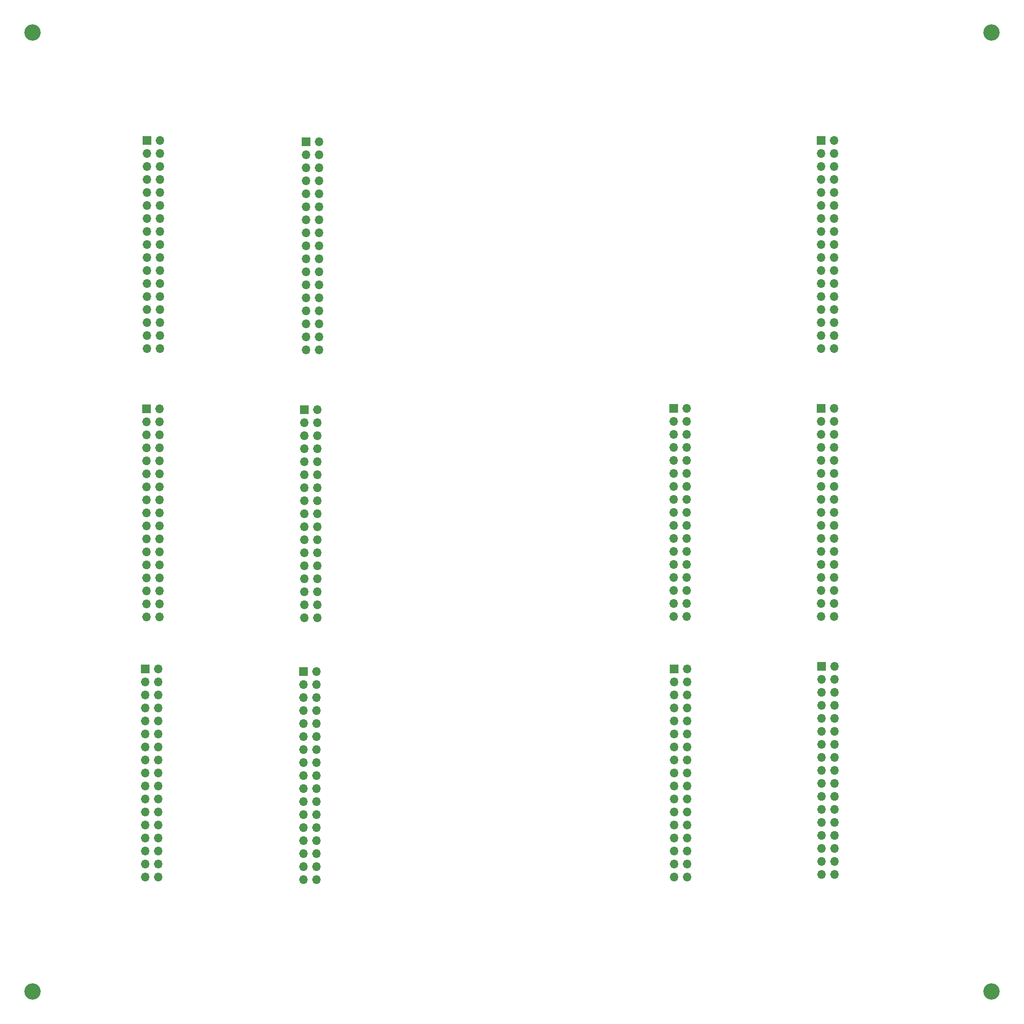
<source format=gbr>
%TF.GenerationSoftware,KiCad,Pcbnew,7.0.7*%
%TF.CreationDate,2023-10-25T17:18:37+09:00*%
%TF.ProjectId,changer,6368616e-6765-4722-9e6b-696361645f70,rev?*%
%TF.SameCoordinates,Original*%
%TF.FileFunction,Soldermask,Top*%
%TF.FilePolarity,Negative*%
%FSLAX46Y46*%
G04 Gerber Fmt 4.6, Leading zero omitted, Abs format (unit mm)*
G04 Created by KiCad (PCBNEW 7.0.7) date 2023-10-25 17:18:37*
%MOMM*%
%LPD*%
G01*
G04 APERTURE LIST*
%ADD10C,3.200000*%
%ADD11R,1.700000X1.700000*%
%ADD12O,1.700000X1.700000*%
G04 APERTURE END LIST*
D10*
%TO.C,H4*%
X293649400Y-293624000D03*
%TD*%
D11*
%TO.C,J1*%
X128701800Y-127406400D03*
D12*
X131241800Y-127406400D03*
X128701800Y-129946400D03*
X131241800Y-129946400D03*
X128701800Y-132486400D03*
X131241800Y-132486400D03*
X128701800Y-135026400D03*
X131241800Y-135026400D03*
X128701800Y-137566400D03*
X131241800Y-137566400D03*
X128701800Y-140106400D03*
X131241800Y-140106400D03*
X128701800Y-142646400D03*
X131241800Y-142646400D03*
X128701800Y-145186400D03*
X131241800Y-145186400D03*
X128701800Y-147726400D03*
X131241800Y-147726400D03*
X128701800Y-150266400D03*
X131241800Y-150266400D03*
X128701800Y-152806400D03*
X131241800Y-152806400D03*
X128701800Y-155346400D03*
X131241800Y-155346400D03*
X128701800Y-157886400D03*
X131241800Y-157886400D03*
X128701800Y-160426400D03*
X131241800Y-160426400D03*
X128701800Y-162966400D03*
X131241800Y-162966400D03*
X128701800Y-165506400D03*
X131241800Y-165506400D03*
X128701800Y-168046400D03*
X131241800Y-168046400D03*
%TD*%
D11*
%TO.C,J11*%
X260328200Y-127431800D03*
D12*
X262868200Y-127431800D03*
X260328200Y-129971800D03*
X262868200Y-129971800D03*
X260328200Y-132511800D03*
X262868200Y-132511800D03*
X260328200Y-135051800D03*
X262868200Y-135051800D03*
X260328200Y-137591800D03*
X262868200Y-137591800D03*
X260328200Y-140131800D03*
X262868200Y-140131800D03*
X260328200Y-142671800D03*
X262868200Y-142671800D03*
X260328200Y-145211800D03*
X262868200Y-145211800D03*
X260328200Y-147751800D03*
X262868200Y-147751800D03*
X260328200Y-150291800D03*
X262868200Y-150291800D03*
X260328200Y-152831800D03*
X262868200Y-152831800D03*
X260328200Y-155371800D03*
X262868200Y-155371800D03*
X260328200Y-157911800D03*
X262868200Y-157911800D03*
X260328200Y-160451800D03*
X262868200Y-160451800D03*
X260328200Y-162991800D03*
X262868200Y-162991800D03*
X260328200Y-165531800D03*
X262868200Y-165531800D03*
X260328200Y-168071800D03*
X262868200Y-168071800D03*
%TD*%
D11*
%TO.C,J3*%
X128574800Y-179832000D03*
D12*
X131114800Y-179832000D03*
X128574800Y-182372000D03*
X131114800Y-182372000D03*
X128574800Y-184912000D03*
X131114800Y-184912000D03*
X128574800Y-187452000D03*
X131114800Y-187452000D03*
X128574800Y-189992000D03*
X131114800Y-189992000D03*
X128574800Y-192532000D03*
X131114800Y-192532000D03*
X128574800Y-195072000D03*
X131114800Y-195072000D03*
X128574800Y-197612000D03*
X131114800Y-197612000D03*
X128574800Y-200152000D03*
X131114800Y-200152000D03*
X128574800Y-202692000D03*
X131114800Y-202692000D03*
X128574800Y-205232000D03*
X131114800Y-205232000D03*
X128574800Y-207772000D03*
X131114800Y-207772000D03*
X128574800Y-210312000D03*
X131114800Y-210312000D03*
X128574800Y-212852000D03*
X131114800Y-212852000D03*
X128574800Y-215392000D03*
X131114800Y-215392000D03*
X128574800Y-217932000D03*
X131114800Y-217932000D03*
X128574800Y-220472000D03*
X131114800Y-220472000D03*
%TD*%
D11*
%TO.C,J7*%
X159385000Y-179984400D03*
D12*
X161925000Y-179984400D03*
X159385000Y-182524400D03*
X161925000Y-182524400D03*
X159385000Y-185064400D03*
X161925000Y-185064400D03*
X159385000Y-187604400D03*
X161925000Y-187604400D03*
X159385000Y-190144400D03*
X161925000Y-190144400D03*
X159385000Y-192684400D03*
X161925000Y-192684400D03*
X159385000Y-195224400D03*
X161925000Y-195224400D03*
X159385000Y-197764400D03*
X161925000Y-197764400D03*
X159385000Y-200304400D03*
X161925000Y-200304400D03*
X159385000Y-202844400D03*
X161925000Y-202844400D03*
X159385000Y-205384400D03*
X161925000Y-205384400D03*
X159385000Y-207924400D03*
X161925000Y-207924400D03*
X159385000Y-210464400D03*
X161925000Y-210464400D03*
X159385000Y-213004400D03*
X161925000Y-213004400D03*
X159385000Y-215544400D03*
X161925000Y-215544400D03*
X159385000Y-218084400D03*
X161925000Y-218084400D03*
X159385000Y-220624400D03*
X161925000Y-220624400D03*
%TD*%
D11*
%TO.C,J8*%
X159283400Y-231190800D03*
D12*
X161823400Y-231190800D03*
X159283400Y-233730800D03*
X161823400Y-233730800D03*
X159283400Y-236270800D03*
X161823400Y-236270800D03*
X159283400Y-238810800D03*
X161823400Y-238810800D03*
X159283400Y-241350800D03*
X161823400Y-241350800D03*
X159283400Y-243890800D03*
X161823400Y-243890800D03*
X159283400Y-246430800D03*
X161823400Y-246430800D03*
X159283400Y-248970800D03*
X161823400Y-248970800D03*
X159283400Y-251510800D03*
X161823400Y-251510800D03*
X159283400Y-254050800D03*
X161823400Y-254050800D03*
X159283400Y-256590800D03*
X161823400Y-256590800D03*
X159283400Y-259130800D03*
X161823400Y-259130800D03*
X159283400Y-261670800D03*
X161823400Y-261670800D03*
X159283400Y-264210800D03*
X161823400Y-264210800D03*
X159283400Y-266750800D03*
X161823400Y-266750800D03*
X159283400Y-269290800D03*
X161823400Y-269290800D03*
X159283400Y-271830800D03*
X161823400Y-271830800D03*
%TD*%
D11*
%TO.C,J2*%
X231524600Y-179781200D03*
D12*
X234064600Y-179781200D03*
X231524600Y-182321200D03*
X234064600Y-182321200D03*
X231524600Y-184861200D03*
X234064600Y-184861200D03*
X231524600Y-187401200D03*
X234064600Y-187401200D03*
X231524600Y-189941200D03*
X234064600Y-189941200D03*
X231524600Y-192481200D03*
X234064600Y-192481200D03*
X231524600Y-195021200D03*
X234064600Y-195021200D03*
X231524600Y-197561200D03*
X234064600Y-197561200D03*
X231524600Y-200101200D03*
X234064600Y-200101200D03*
X231524600Y-202641200D03*
X234064600Y-202641200D03*
X231524600Y-205181200D03*
X234064600Y-205181200D03*
X231524600Y-207721200D03*
X234064600Y-207721200D03*
X231524600Y-210261200D03*
X234064600Y-210261200D03*
X231524600Y-212801200D03*
X234064600Y-212801200D03*
X231524600Y-215341200D03*
X234064600Y-215341200D03*
X231524600Y-217881200D03*
X234064600Y-217881200D03*
X231524600Y-220421200D03*
X234064600Y-220421200D03*
%TD*%
D11*
%TO.C,J6*%
X260324600Y-179781200D03*
D12*
X262864600Y-179781200D03*
X260324600Y-182321200D03*
X262864600Y-182321200D03*
X260324600Y-184861200D03*
X262864600Y-184861200D03*
X260324600Y-187401200D03*
X262864600Y-187401200D03*
X260324600Y-189941200D03*
X262864600Y-189941200D03*
X260324600Y-192481200D03*
X262864600Y-192481200D03*
X260324600Y-195021200D03*
X262864600Y-195021200D03*
X260324600Y-197561200D03*
X262864600Y-197561200D03*
X260324600Y-200101200D03*
X262864600Y-200101200D03*
X260324600Y-202641200D03*
X262864600Y-202641200D03*
X260324600Y-205181200D03*
X262864600Y-205181200D03*
X260324600Y-207721200D03*
X262864600Y-207721200D03*
X260324600Y-210261200D03*
X262864600Y-210261200D03*
X260324600Y-212801200D03*
X262864600Y-212801200D03*
X260324600Y-215341200D03*
X262864600Y-215341200D03*
X260324600Y-217881200D03*
X262864600Y-217881200D03*
X260324600Y-220421200D03*
X262864600Y-220421200D03*
%TD*%
D10*
%TO.C,H3*%
X106349800Y-293624000D03*
%TD*%
D11*
%TO.C,J5*%
X231626200Y-230682800D03*
D12*
X234166200Y-230682800D03*
X231626200Y-233222800D03*
X234166200Y-233222800D03*
X231626200Y-235762800D03*
X234166200Y-235762800D03*
X231626200Y-238302800D03*
X234166200Y-238302800D03*
X231626200Y-240842800D03*
X234166200Y-240842800D03*
X231626200Y-243382800D03*
X234166200Y-243382800D03*
X231626200Y-245922800D03*
X234166200Y-245922800D03*
X231626200Y-248462800D03*
X234166200Y-248462800D03*
X231626200Y-251002800D03*
X234166200Y-251002800D03*
X231626200Y-253542800D03*
X234166200Y-253542800D03*
X231626200Y-256082800D03*
X234166200Y-256082800D03*
X231626200Y-258622800D03*
X234166200Y-258622800D03*
X231626200Y-261162800D03*
X234166200Y-261162800D03*
X231626200Y-263702800D03*
X234166200Y-263702800D03*
X231626200Y-266242800D03*
X234166200Y-266242800D03*
X231626200Y-268782800D03*
X234166200Y-268782800D03*
X231626200Y-271322800D03*
X234166200Y-271322800D03*
%TD*%
D10*
%TO.C,H2*%
X293649400Y-106349800D03*
%TD*%
D11*
%TO.C,J9*%
X260429800Y-230149400D03*
D12*
X262969800Y-230149400D03*
X260429800Y-232689400D03*
X262969800Y-232689400D03*
X260429800Y-235229400D03*
X262969800Y-235229400D03*
X260429800Y-237769400D03*
X262969800Y-237769400D03*
X260429800Y-240309400D03*
X262969800Y-240309400D03*
X260429800Y-242849400D03*
X262969800Y-242849400D03*
X260429800Y-245389400D03*
X262969800Y-245389400D03*
X260429800Y-247929400D03*
X262969800Y-247929400D03*
X260429800Y-250469400D03*
X262969800Y-250469400D03*
X260429800Y-253009400D03*
X262969800Y-253009400D03*
X260429800Y-255549400D03*
X262969800Y-255549400D03*
X260429800Y-258089400D03*
X262969800Y-258089400D03*
X260429800Y-260629400D03*
X262969800Y-260629400D03*
X260429800Y-263169400D03*
X262969800Y-263169400D03*
X260429800Y-265709400D03*
X262969800Y-265709400D03*
X260429800Y-268249400D03*
X262969800Y-268249400D03*
X260429800Y-270789400D03*
X262969800Y-270789400D03*
%TD*%
D11*
%TO.C,J4*%
X128371600Y-230606600D03*
D12*
X130911600Y-230606600D03*
X128371600Y-233146600D03*
X130911600Y-233146600D03*
X128371600Y-235686600D03*
X130911600Y-235686600D03*
X128371600Y-238226600D03*
X130911600Y-238226600D03*
X128371600Y-240766600D03*
X130911600Y-240766600D03*
X128371600Y-243306600D03*
X130911600Y-243306600D03*
X128371600Y-245846600D03*
X130911600Y-245846600D03*
X128371600Y-248386600D03*
X130911600Y-248386600D03*
X128371600Y-250926600D03*
X130911600Y-250926600D03*
X128371600Y-253466600D03*
X130911600Y-253466600D03*
X128371600Y-256006600D03*
X130911600Y-256006600D03*
X128371600Y-258546600D03*
X130911600Y-258546600D03*
X128371600Y-261086600D03*
X130911600Y-261086600D03*
X128371600Y-263626600D03*
X130911600Y-263626600D03*
X128371600Y-266166600D03*
X130911600Y-266166600D03*
X128371600Y-268706600D03*
X130911600Y-268706600D03*
X128371600Y-271246600D03*
X130911600Y-271246600D03*
%TD*%
D11*
%TO.C,J10*%
X159791400Y-127685800D03*
D12*
X162331400Y-127685800D03*
X159791400Y-130225800D03*
X162331400Y-130225800D03*
X159791400Y-132765800D03*
X162331400Y-132765800D03*
X159791400Y-135305800D03*
X162331400Y-135305800D03*
X159791400Y-137845800D03*
X162331400Y-137845800D03*
X159791400Y-140385800D03*
X162331400Y-140385800D03*
X159791400Y-142925800D03*
X162331400Y-142925800D03*
X159791400Y-145465800D03*
X162331400Y-145465800D03*
X159791400Y-148005800D03*
X162331400Y-148005800D03*
X159791400Y-150545800D03*
X162331400Y-150545800D03*
X159791400Y-153085800D03*
X162331400Y-153085800D03*
X159791400Y-155625800D03*
X162331400Y-155625800D03*
X159791400Y-158165800D03*
X162331400Y-158165800D03*
X159791400Y-160705800D03*
X162331400Y-160705800D03*
X159791400Y-163245800D03*
X162331400Y-163245800D03*
X159791400Y-165785800D03*
X162331400Y-165785800D03*
X159791400Y-168325800D03*
X162331400Y-168325800D03*
%TD*%
D10*
%TO.C,H1*%
X106349800Y-106349800D03*
%TD*%
M02*

</source>
